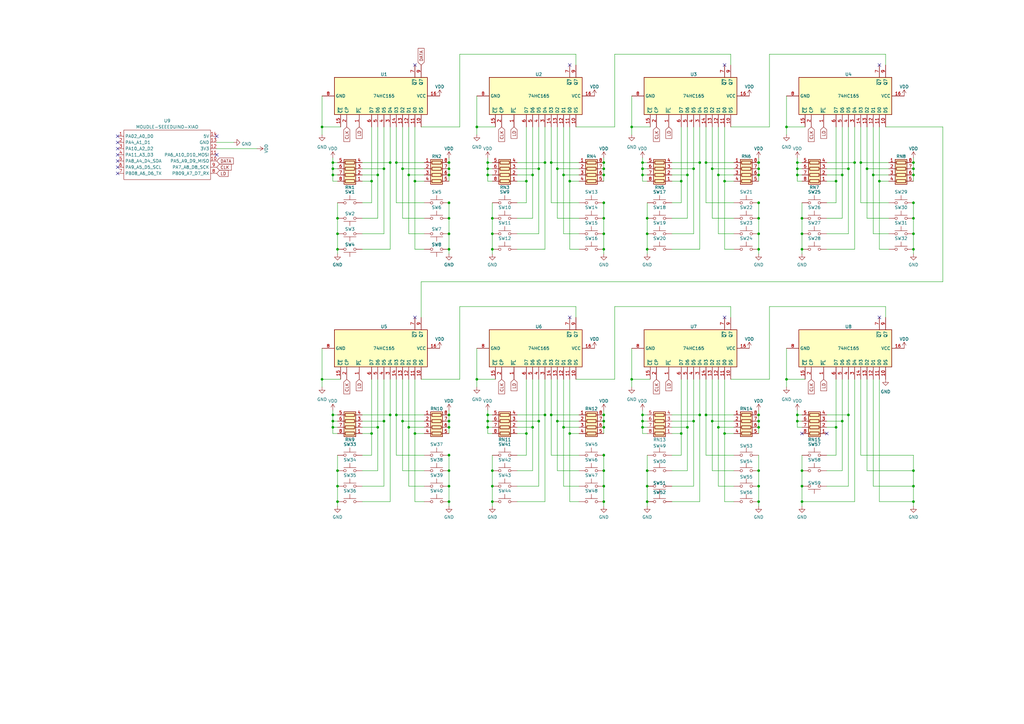
<source format=kicad_sch>
(kicad_sch (version 20230121) (generator eeschema)
  (paper "A3")
  (lib_symbols
    (symbol "74xx:74HC165"
      (property "Reference" "U" (at -7.62 19.05 0))
      (property "Value" "74HC165" (at -7.62 -21.59 0))
      (symbol "74HC165_1_0"
        (pin input line (at -12.7 -10.16 0) (length 5.08) (name "~{PL}") (number "1"))
        (pin input line (at -12.7 15.24 0) (length 5.08) (name "DS") (number "10"))
        (pin input line (at -12.7 12.7 0) (length 5.08) (name "D0") (number "11"))
        (pin input line (at -12.7 10.16 0) (length 5.08) (name "D1") (number "12"))
        (pin input line (at -12.7 7.62 0) (length 5.08) (name "D2") (number "13"))
        (pin input line (at -12.7 5.08 0) (length 5.08) (name "D3") (number "14"))
        (pin input line (at -12.7 -17.78 0) (length 5.08) (name "~{CE}") (number "15"))
        (pin power_in line (at 0 22.86 270) (length 5.08) (name "VCC") (number "16"))
        (pin input line (at -12.7 -15.24 0) (length 5.08) (name "CP") (number "2"))
        (pin input line (at -12.7 2.54 0) (length 5.08) (name "D4") (number "3"))
        (pin input line (at -12.7 0 0) (length 5.08) (name "D5") (number "4"))
        (pin input line (at -12.7 -2.54 0) (length 5.08) (name "D6") (number "5"))
        (pin input line (at -12.7 -5.08 0) (length 5.08) (name "D7") (number "6"))
        (pin output line (at 12.7 12.7 180) (length 5.08) (name "~{Q7}") (number "7"))
        (pin power_in line (at 0 -25.4 90) (length 5.08) (name "GND") (number "8"))
        (pin output line (at 12.7 15.24 180) (length 5.08) (name "Q7") (number "9"))
      )
    )
    (symbol "Device:R_Pack04" (pin_names (offset 0) hide)
      (property "Reference" "RN" (at -7.62 0 90))
      (property "Value" "R_Pack04" (at 5.08 0 90))
      (symbol "R_Pack04_1_1"
        (pin passive line (at -5.08 -5.08 90) (length 2.54) (name "R1.1") (number "1"))
        (pin passive line (at -2.54 -5.08 90) (length 2.54) (name "R2.1") (number "2"))
        (pin passive line (at 0 -5.08 90) (length 2.54) (name "R3.1") (number "3"))
        (pin passive line (at 2.54 -5.08 90) (length 2.54) (name "R4.1") (number "4"))
        (pin passive line (at 2.54 5.08 270) (length 2.54) (name "R4.2") (number "5"))
        (pin passive line (at 0 5.08 270) (length 2.54) (name "R3.2") (number "6"))
        (pin passive line (at -2.54 5.08 270) (length 2.54) (name "R2.2") (number "7"))
        (pin passive line (at -5.08 5.08 270) (length 2.54) (name "R1.2") (number "8"))
      )
    )
    (symbol "MOUDLE-SEEEDUINO-XIAO:MOUDLE-SEEEDUINO-XIAO"
      (property "Reference" "U9" (at 1.27 13.97 0))
      (property "Value" "MOUDLE-SEEEDUINO-XIAO" (at 1.27 11.43 0))
      (symbol "MOUDLE-SEEEDUINO-XIAO_1_1"
        (pin unspecified line (at -19.05 7.62 0) (length 2.54) (name "PA02_A0_D0") (number "1"))
        (pin unspecified line (at 21.59 -2.54 180) (length 2.54) (name "PA5_A9_D9_MISO") (number "10"))
        (pin unspecified line (at 21.59 0 180) (length 2.54) (name "PA6_A10_D10_MOSI") (number "11"))
        (pin unspecified line (at 21.59 2.54 180) (length 2.54) (name "3V3") (number "12"))
        (pin unspecified line (at 21.59 5.08 180) (length 2.54) (name "GND") (number "13"))
        (pin unspecified line (at 21.59 7.62 180) (length 2.54) (name "5V") (number "14"))
        (pin unspecified line (at -19.05 5.08 0) (length 2.54) (name "PA4_A1_D1") (number "2"))
        (pin unspecified line (at -19.05 2.54 0) (length 2.54) (name "PA10_A2_D2") (number "3"))
        (pin unspecified line (at -19.0468 0.0151 0) (length 2.54) (name "PA11_A3_D3") (number "4"))
        (pin unspecified line (at -19.05 -2.54 0) (length 2.54) (name "PA8_A4_D4_SDA") (number "5"))
        (pin unspecified line (at -19.05 -5.08 0) (length 2.54) (name "PA9_A5_D5_SCL") (number "6"))
        (pin unspecified line (at -19.05 -7.62 0) (length 2.54) (name "PB08_A6_D6_TX") (number "7"))
        (pin unspecified line (at 21.59 -7.62 180) (length 2.54) (name "PB09_A7_D7_RX") (number "8"))
        (pin unspecified line (at 21.59 -5.08 180) (length 2.54) (name "PA7_A8_D8_SCK") (number "9"))
      )
    )
    (symbol "Switch:SW_Push" (pin_numbers hide) (pin_names (offset 1.016) hide)
      (property "Reference" "SW" (at 1.27 2.54 0))
      (property "Value" "SW_Push" (at 0 -1.524 0))
      (symbol "SW_Push_0_1"
        (pin passive line (at -5.08 0 0) (length 2.54) (name "1") (number "1"))
        (pin passive line (at 5.08 0 180) (length 2.54) (name "2") (number "2"))
      )
    )
    (symbol "power:GND" (power) (pin_names (offset 0))
      (property "Value" "GND" (at 0 -3.81 0))
      (symbol "GND_1_1"
        (pin power_in line (at 0 0 270) (length 0) hide (name "GND") (number "1"))
      )
    )
    (symbol "power:VDD" (power) (pin_names (offset 0))
      (property "Value" "VDD" (at 0 3.81 0))
      (symbol "VDD_1_1"
        (pin power_in line (at 0 0 90) (length 0) hide (name "VDD") (number "1"))
      )
    )
  )
  (junction (at 247.65 170.18))
  (junction (at 350.52 66.675))
  (junction (at 200.025 69.215))
  (junction (at 138.43 89.535))
  (junction (at 184.15 199.39))
  (junction (at 374.65 71.755))
  (junction (at 358.14 71.755))
  (junction (at 265.43 193.04))
  (junction (at 311.15 193.04))
  (junction (at 170.18 74.295))
  (junction (at 327.025 170.18))
  (junction (at 136.525 170.18))
  (junction (at 374.65 66.675))
  (junction (at 233.68 177.8))
  (junction (at 247.65 199.39))
  (junction (at 247.65 102.235))
  (junction (at 311.15 205.74))
  (junction (at 231.14 71.755))
  (junction (at 347.98 170.18))
  (junction (at 226.06 66.675))
  (junction (at 247.65 69.215))
  (junction (at 294.64 71.755))
  (junction (at 165.1 172.72))
  (junction (at 328.93 205.74))
  (junction (at 223.52 66.675))
  (junction (at 311.15 170.18))
  (junction (at 265.43 102.235))
  (junction (at 220.98 172.72))
  (junction (at 263.525 175.26))
  (junction (at 184.15 66.675))
  (junction (at 374.65 69.215))
  (junction (at 201.93 193.04))
  (junction (at 247.65 83.185))
  (junction (at 132.08 155.575))
  (junction (at 374.65 89.535))
  (junction (at 287.02 66.675))
  (junction (at 247.65 89.535))
  (junction (at 215.9 74.295))
  (junction (at 265.43 199.39))
  (junction (at 157.48 172.72))
  (junction (at 184.15 186.69))
  (junction (at 342.9 74.295))
  (junction (at 201.93 102.235))
  (junction (at 263.525 172.72))
  (junction (at 311.15 89.535))
  (junction (at 184.15 89.535))
  (junction (at 327.025 69.215))
  (junction (at 220.98 69.215))
  (junction (at 297.18 74.295))
  (junction (at 247.65 205.74))
  (junction (at 259.08 52.07))
  (junction (at 328.93 193.04))
  (junction (at 342.9 175.26))
  (junction (at 287.02 170.18))
  (junction (at 160.02 170.18))
  (junction (at 374.65 199.39))
  (junction (at 263.525 69.215))
  (junction (at 328.93 102.235))
  (junction (at 374.65 83.185))
  (junction (at 297.18 177.8))
  (junction (at 162.56 66.675))
  (junction (at 167.64 175.26))
  (junction (at 292.1 69.215))
  (junction (at 353.06 66.675))
  (junction (at 265.43 95.885))
  (junction (at 138.43 102.235))
  (junction (at 327.025 172.72))
  (junction (at 279.4 74.295))
  (junction (at 311.15 102.235))
  (junction (at 160.02 66.675))
  (junction (at 284.48 172.72))
  (junction (at 328.93 89.535))
  (junction (at 184.15 172.72))
  (junction (at 292.1 172.72))
  (junction (at 247.65 66.675))
  (junction (at 154.94 175.26))
  (junction (at 167.64 71.755))
  (junction (at 311.15 95.885))
  (junction (at 328.93 199.39))
  (junction (at 374.65 193.04))
  (junction (at 360.68 74.295))
  (junction (at 184.15 83.185))
  (junction (at 289.56 66.675))
  (junction (at 165.1 69.215))
  (junction (at 247.65 95.885))
  (junction (at 345.44 71.755))
  (junction (at 322.58 52.07))
  (junction (at 201.93 199.39))
  (junction (at 374.65 95.885))
  (junction (at 226.06 170.18))
  (junction (at 247.65 193.04))
  (junction (at 184.15 175.26))
  (junction (at 284.48 69.215))
  (junction (at 184.15 205.74))
  (junction (at 311.15 175.26))
  (junction (at 201.93 95.885))
  (junction (at 322.58 155.575))
  (junction (at 281.94 71.755))
  (junction (at 152.4 177.8))
  (junction (at 136.525 69.215))
  (junction (at 184.15 69.215))
  (junction (at 201.93 89.535))
  (junction (at 311.15 71.755))
  (junction (at 170.18 177.8))
  (junction (at 132.08 52.07))
  (junction (at 195.58 52.07))
  (junction (at 247.65 71.755))
  (junction (at 374.65 205.74))
  (junction (at 200.025 172.72))
  (junction (at 138.43 193.04))
  (junction (at 200.025 71.755))
  (junction (at 311.15 199.39))
  (junction (at 223.52 170.18))
  (junction (at 138.43 199.39))
  (junction (at 231.14 175.26))
  (junction (at 228.6 172.72))
  (junction (at 247.65 172.72))
  (junction (at 347.98 69.215))
  (junction (at 311.15 83.185))
  (junction (at 265.43 89.535))
  (junction (at 154.94 71.755))
  (junction (at 136.525 71.755))
  (junction (at 136.525 175.26))
  (junction (at 200.025 175.26))
  (junction (at 311.15 66.675))
  (junction (at 201.93 205.74))
  (junction (at 247.65 186.69))
  (junction (at 263.525 66.675))
  (junction (at 265.43 205.74))
  (junction (at 200.025 170.18))
  (junction (at 136.525 66.675))
  (junction (at 228.6 69.215))
  (junction (at 157.48 69.215))
  (junction (at 152.4 74.295))
  (junction (at 263.525 71.755))
  (junction (at 247.65 175.26))
  (junction (at 200.025 66.675))
  (junction (at 281.94 175.26))
  (junction (at 279.4 177.8))
  (junction (at 138.43 205.74))
  (junction (at 374.65 102.235))
  (junction (at 215.9 177.8))
  (junction (at 311.15 69.215))
  (junction (at 184.15 102.235))
  (junction (at 327.025 71.755))
  (junction (at 327.025 66.675))
  (junction (at 355.6 69.215))
  (junction (at 218.44 175.26))
  (junction (at 184.15 95.885))
  (junction (at 136.525 172.72))
  (junction (at 289.56 170.18))
  (junction (at 218.44 71.755))
  (junction (at 345.44 172.72))
  (junction (at 263.525 170.18))
  (junction (at 184.15 170.18))
  (junction (at 311.15 172.72))
  (junction (at 259.08 155.575))
  (junction (at 294.64 175.26))
  (junction (at 184.15 193.04))
  (junction (at 138.43 95.885))
  (junction (at 184.15 71.755))
  (junction (at 233.68 74.295))
  (junction (at 328.93 95.885))
  (junction (at 162.56 170.18))
  (junction (at 195.58 155.575))
  (no_connect (at 297.18 26.67))
  (no_connect (at 48.26 63.5))
  (no_connect (at 233.68 130.175))
  (no_connect (at 48.26 71.12))
  (no_connect (at 360.68 130.175))
  (no_connect (at 170.18 130.175))
  (no_connect (at 297.18 130.175))
  (no_connect (at 48.26 60.96))
  (no_connect (at 48.26 66.04))
  (no_connect (at 88.9 63.5))
  (no_connect (at 88.9 55.88))
  (no_connect (at 328.93 177.8))
  (no_connect (at 48.26 58.42))
  (no_connect (at 48.26 68.58))
  (no_connect (at 170.18 26.67))
  (no_connect (at 233.68 26.67))
  (no_connect (at 48.26 55.88))
  (no_connect (at 339.09 177.8))
  (no_connect (at 360.68 26.67))
  (wire (pts (xy 297.18 177.8) (xy 297.18 205.74)))
  (wire (pts (xy 132.08 52.07) (xy 132.08 55.245)))
  (wire (pts (xy 327.025 69.215) (xy 328.93 69.215)))
  (wire (pts (xy 220.98 95.885) (xy 212.09 95.885)))
  (wire (pts (xy 299.72 155.575) (xy 315.595 155.575)))
  (wire (pts (xy 247.65 102.235) (xy 247.65 104.14)))
  (wire (pts (xy 339.09 66.675) (xy 350.52 66.675)))
  (wire (pts (xy 265.43 83.185) (xy 265.43 89.535)))
  (wire (pts (xy 162.56 52.07) (xy 162.56 66.675)))
  (wire (pts (xy 247.65 66.675) (xy 247.65 69.215)))
  (wire (pts (xy 374.65 83.185) (xy 374.65 89.535)))
  (wire (pts (xy 294.64 199.39) (xy 300.99 199.39)))
  (wire (pts (xy 347.98 52.07) (xy 347.98 69.215)))
  (wire (pts (xy 200.025 64.77) (xy 200.025 66.675)))
  (wire (pts (xy 215.9 186.69) (xy 212.09 186.69)))
  (wire (pts (xy 327.025 71.755) (xy 328.93 71.755)))
  (wire (pts (xy 360.68 205.74) (xy 374.65 205.74)))
  (wire (pts (xy 167.64 199.39) (xy 173.99 199.39)))
  (wire (pts (xy 311.15 175.26) (xy 311.15 177.8)))
  (wire (pts (xy 327.025 175.26) (xy 327.025 172.72)))
  (wire (pts (xy 226.06 66.675) (xy 226.06 83.185)))
  (wire (pts (xy 297.18 155.575) (xy 297.18 177.8)))
  (wire (pts (xy 345.44 155.575) (xy 345.44 172.72)))
  (wire (pts (xy 263.525 170.18) (xy 265.43 170.18)))
  (wire (pts (xy 136.525 69.215) (xy 138.43 69.215)))
  (wire (pts (xy 289.56 66.675) (xy 300.99 66.675)))
  (wire (pts (xy 265.43 193.04) (xy 265.43 199.39)))
  (wire (pts (xy 311.15 64.77) (xy 311.15 66.675)))
  (wire (pts (xy 136.525 170.18) (xy 136.525 172.72)))
  (wire (pts (xy 223.52 52.07) (xy 223.52 66.675)))
  (wire (pts (xy 252.095 125.73) (xy 299.72 125.73)))
  (wire (pts (xy 212.09 172.72) (xy 220.98 172.72)))
  (wire (pts (xy 152.4 83.185) (xy 148.59 83.185)))
  (wire (pts (xy 231.14 71.755) (xy 231.14 95.885)))
  (wire (pts (xy 294.64 175.26) (xy 294.64 199.39)))
  (wire (pts (xy 374.65 64.77) (xy 374.65 66.675)))
  (wire (pts (xy 233.68 74.295) (xy 233.68 102.235)))
  (wire (pts (xy 188.595 125.73) (xy 236.22 125.73)))
  (wire (pts (xy 228.6 172.72) (xy 237.49 172.72)))
  (wire (pts (xy 311.15 82.55) (xy 311.15 83.185)))
  (wire (pts (xy 355.6 52.07) (xy 355.6 69.215)))
  (wire (pts (xy 226.06 52.07) (xy 226.06 66.675)))
  (wire (pts (xy 220.98 172.72) (xy 220.98 199.39)))
  (wire (pts (xy 200.025 69.215) (xy 201.93 69.215)))
  (wire (pts (xy 339.09 175.26) (xy 342.9 175.26)))
  (wire (pts (xy 157.48 199.39) (xy 148.59 199.39)))
  (wire (pts (xy 170.18 177.8) (xy 173.99 177.8)))
  (wire (pts (xy 339.09 74.295) (xy 342.9 74.295)))
  (wire (pts (xy 355.6 193.04) (xy 374.65 193.04)))
  (wire (pts (xy 138.43 74.295) (xy 136.525 74.295)))
  (wire (pts (xy 136.525 74.295) (xy 136.525 71.755)))
  (wire (pts (xy 148.59 177.8) (xy 152.4 177.8)))
  (wire (pts (xy 287.02 52.07) (xy 287.02 66.675)))
  (wire (pts (xy 157.48 95.885) (xy 148.59 95.885)))
  (wire (pts (xy 233.68 74.295) (xy 237.49 74.295)))
  (wire (pts (xy 265.43 186.69) (xy 265.43 193.04)))
  (wire (pts (xy 172.72 52.07) (xy 188.595 52.07)))
  (wire (pts (xy 263.525 170.18) (xy 263.525 172.72)))
  (wire (pts (xy 184.15 168.275) (xy 184.15 170.18)))
  (wire (pts (xy 167.64 155.575) (xy 167.64 175.26)))
  (wire (pts (xy 231.14 175.26) (xy 231.14 199.39)))
  (wire (pts (xy 265.43 205.74) (xy 265.43 207.645)))
  (wire (pts (xy 259.08 39.37) (xy 259.08 52.07)))
  (wire (pts (xy 299.72 125.73) (xy 299.72 130.175)))
  (wire (pts (xy 342.9 175.26) (xy 342.9 186.69)))
  (wire (pts (xy 322.58 52.07) (xy 322.58 55.245)))
  (wire (pts (xy 328.93 89.535) (xy 328.93 95.885)))
  (wire (pts (xy 152.4 74.295) (xy 152.4 83.185)))
  (wire (pts (xy 172.72 115.57) (xy 172.72 130.175)))
  (wire (pts (xy 342.9 52.07) (xy 342.9 74.295)))
  (wire (pts (xy 188.595 22.225) (xy 236.22 22.225)))
  (wire (pts (xy 212.09 170.18) (xy 223.52 170.18)))
  (wire (pts (xy 139.7 155.575) (xy 132.08 155.575)))
  (wire (pts (xy 170.18 74.295) (xy 173.99 74.295)))
  (wire (pts (xy 345.44 52.07) (xy 345.44 71.755)))
  (wire (pts (xy 165.1 193.04) (xy 173.99 193.04)))
  (wire (pts (xy 184.15 205.74) (xy 184.15 207.645)))
  (wire (pts (xy 355.6 89.535) (xy 364.49 89.535)))
  (wire (pts (xy 165.1 155.575) (xy 165.1 172.72)))
  (wire (pts (xy 88.9 58.42) (xy 95.885 58.42)))
  (wire (pts (xy 148.59 172.72) (xy 157.48 172.72)))
  (wire (pts (xy 328.93 95.885) (xy 328.93 102.235)))
  (wire (pts (xy 233.68 52.07) (xy 233.68 74.295)))
  (wire (pts (xy 294.64 71.755) (xy 294.64 95.885)))
  (wire (pts (xy 247.65 83.185) (xy 247.65 89.535)))
  (wire (pts (xy 311.15 199.39) (xy 311.15 205.74)))
  (wire (pts (xy 275.59 172.72) (xy 284.48 172.72)))
  (wire (pts (xy 363.22 52.07) (xy 386.715 52.07)))
  (wire (pts (xy 374.65 71.755) (xy 374.65 74.295)))
  (wire (pts (xy 231.14 71.755) (xy 237.49 71.755)))
  (wire (pts (xy 200.025 66.675) (xy 200.025 69.215)))
  (wire (pts (xy 138.43 89.535) (xy 138.43 95.885)))
  (wire (pts (xy 138.43 193.04) (xy 138.43 199.39)))
  (wire (pts (xy 358.14 155.575) (xy 358.14 199.39)))
  (wire (pts (xy 223.52 205.74) (xy 212.09 205.74)))
  (wire (pts (xy 247.65 175.26) (xy 247.65 177.8)))
  (wire (pts (xy 231.14 95.885) (xy 237.49 95.885)))
  (wire (pts (xy 263.525 66.675) (xy 265.43 66.675)))
  (wire (pts (xy 311.15 95.885) (xy 311.15 102.235)))
  (wire (pts (xy 355.6 69.215) (xy 355.6 89.535)))
  (wire (pts (xy 231.14 155.575) (xy 231.14 175.26)))
  (wire (pts (xy 228.6 193.04) (xy 237.49 193.04)))
  (wire (pts (xy 184.15 66.675) (xy 184.15 69.215)))
  (wire (pts (xy 297.18 74.295) (xy 300.99 74.295)))
  (wire (pts (xy 292.1 69.215) (xy 300.99 69.215)))
  (wire (pts (xy 350.52 52.07) (xy 350.52 66.675)))
  (wire (pts (xy 311.15 102.235) (xy 311.15 104.14)))
  (wire (pts (xy 138.43 177.8) (xy 136.525 177.8)))
  (wire (pts (xy 203.2 155.575) (xy 195.58 155.575)))
  (wire (pts (xy 358.14 71.755) (xy 364.49 71.755)))
  (wire (pts (xy 200.025 168.275) (xy 200.025 170.18)))
  (wire (pts (xy 200.025 66.675) (xy 201.93 66.675)))
  (wire (pts (xy 327.025 64.77) (xy 327.025 66.675)))
  (wire (pts (xy 201.93 205.74) (xy 201.93 207.645)))
  (wire (pts (xy 347.98 155.575) (xy 347.98 170.18)))
  (wire (pts (xy 203.2 52.07) (xy 195.58 52.07)))
  (wire (pts (xy 223.52 155.575) (xy 223.52 170.18)))
  (wire (pts (xy 287.02 155.575) (xy 287.02 170.18)))
  (wire (pts (xy 136.525 168.275) (xy 136.525 170.18)))
  (wire (pts (xy 184.15 83.185) (xy 184.15 89.535)))
  (wire (pts (xy 328.93 186.69) (xy 328.93 193.04)))
  (wire (pts (xy 279.4 74.295) (xy 279.4 83.185)))
  (wire (pts (xy 311.15 170.18) (xy 311.15 172.72)))
  (wire (pts (xy 279.4 83.185) (xy 275.59 83.185)))
  (wire (pts (xy 165.1 52.07) (xy 165.1 69.215)))
  (wire (pts (xy 215.9 155.575) (xy 215.9 177.8)))
  (wire (pts (xy 154.94 71.755) (xy 154.94 89.535)))
  (wire (pts (xy 231.14 199.39) (xy 237.49 199.39)))
  (wire (pts (xy 292.1 69.215) (xy 292.1 89.535)))
  (wire (pts (xy 360.68 102.235) (xy 364.49 102.235)))
  (wire (pts (xy 353.06 66.675) (xy 353.06 83.185)))
  (wire (pts (xy 228.6 155.575) (xy 228.6 172.72)))
  (wire (pts (xy 287.02 170.18) (xy 287.02 205.74)))
  (wire (pts (xy 157.48 52.07) (xy 157.48 69.215)))
  (wire (pts (xy 184.15 95.885) (xy 184.15 102.235)))
  (wire (pts (xy 136.525 66.675) (xy 136.525 69.215)))
  (wire (pts (xy 292.1 52.07) (xy 292.1 69.215)))
  (wire (pts (xy 297.18 52.07) (xy 297.18 74.295)))
  (wire (pts (xy 275.59 69.215) (xy 284.48 69.215)))
  (wire (pts (xy 184.15 172.72) (xy 184.15 175.26)))
  (wire (pts (xy 195.58 52.07) (xy 195.58 55.245)))
  (wire (pts (xy 195.58 155.575) (xy 195.58 158.75)))
  (wire (pts (xy 328.93 193.04) (xy 328.93 199.39)))
  (wire (pts (xy 220.98 52.07) (xy 220.98 69.215)))
  (wire (pts (xy 167.64 71.755) (xy 167.64 95.885)))
  (wire (pts (xy 315.595 52.07) (xy 315.595 22.225)))
  (wire (pts (xy 157.48 69.215) (xy 157.48 95.885)))
  (wire (pts (xy 226.06 155.575) (xy 226.06 170.18)))
  (wire (pts (xy 165.1 89.535) (xy 173.99 89.535)))
  (wire (pts (xy 136.525 175.26) (xy 136.525 172.72)))
  (wire (pts (xy 311.15 83.185) (xy 311.15 89.535)))
  (wire (pts (xy 170.18 205.74) (xy 173.99 205.74)))
  (wire (pts (xy 136.525 177.8) (xy 136.525 175.26)))
  (wire (pts (xy 247.65 64.77) (xy 247.65 66.675)))
  (wire (pts (xy 327.025 66.675) (xy 328.93 66.675)))
  (wire (pts (xy 138.43 186.69) (xy 138.43 193.04)))
  (wire (pts (xy 275.59 175.26) (xy 281.94 175.26)))
  (wire (pts (xy 148.59 66.675) (xy 160.02 66.675)))
  (wire (pts (xy 311.15 168.275) (xy 311.15 170.18)))
  (wire (pts (xy 311.15 89.535) (xy 311.15 95.885)))
  (wire (pts (xy 275.59 170.18) (xy 287.02 170.18)))
  (wire (pts (xy 165.1 69.215) (xy 173.99 69.215)))
  (wire (pts (xy 265.43 199.39) (xy 265.43 205.74)))
  (wire (pts (xy 311.15 205.74) (xy 311.15 207.645)))
  (wire (pts (xy 252.095 52.07) (xy 252.095 22.225)))
  (wire (pts (xy 259.08 155.575) (xy 259.08 158.75)))
  (wire (pts (xy 328.93 205.74) (xy 328.93 207.645)))
  (wire (pts (xy 263.525 74.295) (xy 263.525 71.755)))
  (wire (pts (xy 162.56 186.69) (xy 173.99 186.69)))
  (wire (pts (xy 363.22 22.225) (xy 363.22 26.67)))
  (wire (pts (xy 201.93 199.39) (xy 201.93 205.74)))
  (wire (pts (xy 289.56 155.575) (xy 289.56 170.18)))
  (wire (pts (xy 195.58 142.875) (xy 195.58 155.575)))
  (wire (pts (xy 247.65 168.275) (xy 247.65 170.18)))
  (wire (pts (xy 294.64 52.07) (xy 294.64 71.755)))
  (wire (pts (xy 172.72 155.575) (xy 188.595 155.575)))
  (wire (pts (xy 265.43 102.235) (xy 265.43 104.14)))
  (wire (pts (xy 200.025 175.26) (xy 201.93 175.26)))
  (wire (pts (xy 233.68 177.8) (xy 237.49 177.8)))
  (wire (pts (xy 353.06 186.69) (xy 374.65 186.69)))
  (wire (pts (xy 360.68 74.295) (xy 364.49 74.295)))
  (wire (pts (xy 294.64 175.26) (xy 300.99 175.26)))
  (wire (pts (xy 160.02 66.675) (xy 160.02 102.235)))
  (wire (pts (xy 184.15 199.39) (xy 184.15 205.74)))
  (wire (pts (xy 297.18 205.74) (xy 300.99 205.74)))
  (wire (pts (xy 350.52 66.675) (xy 350.52 102.235)))
  (wire (pts (xy 215.9 74.295) (xy 215.9 83.185)))
  (wire (pts (xy 263.525 71.755) (xy 265.43 71.755)))
  (wire (pts (xy 374.65 205.74) (xy 374.65 207.645)))
  (wire (pts (xy 233.68 155.575) (xy 233.68 177.8)))
  (wire (pts (xy 184.15 69.215) (xy 184.15 71.755)))
  (wire (pts (xy 247.65 193.04) (xy 247.65 199.39)))
  (wire (pts (xy 322.58 155.575) (xy 322.58 158.75)))
  (wire (pts (xy 297.18 102.235) (xy 300.99 102.235)))
  (wire (pts (xy 184.15 102.235) (xy 184.15 104.14)))
  (wire (pts (xy 279.4 186.69) (xy 275.59 186.69)))
  (wire (pts (xy 289.56 52.07) (xy 289.56 66.675)))
  (wire (pts (xy 374.65 102.235) (xy 374.65 104.14)))
  (wire (pts (xy 284.48 199.39) (xy 275.59 199.39)))
  (wire (pts (xy 188.595 52.07) (xy 188.595 22.225)))
  (wire (pts (xy 263.525 177.8) (xy 263.525 175.26)))
  (wire (pts (xy 281.94 193.04) (xy 275.59 193.04)))
  (wire (pts (xy 136.525 71.755) (xy 138.43 71.755)))
  (wire (pts (xy 374.65 82.55) (xy 374.65 83.185)))
  (wire (pts (xy 138.43 199.39) (xy 138.43 205.74)))
  (wire (pts (xy 247.65 69.215) (xy 247.65 71.755)))
  (wire (pts (xy 247.65 170.18) (xy 247.65 172.72)))
  (wire (pts (xy 289.56 170.18) (xy 300.99 170.18)))
  (wire (pts (xy 231.14 52.07) (xy 231.14 71.755)))
  (wire (pts (xy 311.15 71.755) (xy 311.15 74.295)))
  (wire (pts (xy 292.1 193.04) (xy 300.99 193.04)))
  (wire (pts (xy 353.06 155.575) (xy 353.06 186.69)))
  (wire (pts (xy 201.93 186.69) (xy 201.93 193.04)))
  (wire (pts (xy 188.595 155.575) (xy 188.595 125.73)))
  (wire (pts (xy 279.4 155.575) (xy 279.4 177.8)))
  (wire (pts (xy 132.08 142.875) (xy 132.08 155.575)))
  (wire (pts (xy 160.02 155.575) (xy 160.02 170.18)))
  (wire (pts (xy 284.48 172.72) (xy 284.48 199.39)))
  (wire (pts (xy 360.68 155.575) (xy 360.68 205.74)))
  (wire (pts (xy 315.595 155.575) (xy 315.595 125.73)))
  (wire (pts (xy 200.025 177.8) (xy 200.025 175.26)))
  (wire (pts (xy 292.1 155.575) (xy 292.1 172.72)))
  (wire (pts (xy 218.44 155.575) (xy 218.44 175.26)))
  (wire (pts (xy 328.93 199.39) (xy 328.93 205.74)))
  (wire (pts (xy 138.43 102.235) (xy 138.43 104.14)))
  (wire (pts (xy 184.15 193.04) (xy 184.15 199.39)))
  (wire (pts (xy 327.025 74.295) (xy 327.025 71.755)))
  (wire (pts (xy 360.68 52.07) (xy 360.68 74.295)))
  (wire (pts (xy 200.025 170.18) (xy 201.93 170.18)))
  (wire (pts (xy 162.56 66.675) (xy 173.99 66.675)))
  (wire (pts (xy 226.06 66.675) (xy 237.49 66.675)))
  (wire (pts (xy 160.02 205.74) (xy 148.59 205.74)))
  (wire (pts (xy 347.98 69.215) (xy 347.98 95.885)))
  (wire (pts (xy 160.02 102.235) (xy 148.59 102.235)))
  (wire (pts (xy 195.58 39.37) (xy 195.58 52.07)))
  (wire (pts (xy 165.1 172.72) (xy 173.99 172.72)))
  (wire (pts (xy 160.02 170.18) (xy 160.02 205.74)))
  (wire (pts (xy 315.595 125.73) (xy 363.22 125.73)))
  (wire (pts (xy 132.08 39.37) (xy 132.08 52.07)))
  (wire (pts (xy 287.02 205.74) (xy 275.59 205.74)))
  (wire (pts (xy 299.72 22.225) (xy 299.72 26.67)))
  (wire (pts (xy 201.93 177.8) (xy 200.025 177.8)))
  (wire (pts (xy 345.44 172.72) (xy 345.44 193.04)))
  (wire (pts (xy 200.025 175.26) (xy 200.025 172.72)))
  (wire (pts (xy 184.15 64.77) (xy 184.15 66.675)))
  (wire (pts (xy 152.4 186.69) (xy 148.59 186.69)))
  (wire (pts (xy 184.15 186.69) (xy 184.15 193.04)))
  (wire (pts (xy 263.525 168.275) (xy 263.525 170.18)))
  (wire (pts (xy 162.56 170.18) (xy 173.99 170.18)))
  (wire (pts (xy 263.525 66.675) (xy 263.525 69.215)))
  (wire (pts (xy 281.94 175.26) (xy 281.94 193.04)))
  (wire (pts (xy 236.22 155.575) (xy 252.095 155.575)))
  (wire (pts (xy 358.14 71.755) (xy 358.14 95.885)))
  (wire (pts (xy 148.59 175.26) (xy 154.94 175.26)))
  (wire (pts (xy 281.94 71.755) (xy 281.94 89.535)))
  (wire (pts (xy 154.94 155.575) (xy 154.94 175.26)))
  (wire (pts (xy 233.68 205.74) (xy 237.49 205.74)))
  (wire (pts (xy 281.94 52.07) (xy 281.94 71.755)))
  (wire (pts (xy 167.64 175.26) (xy 167.64 199.39)))
  (wire (pts (xy 184.15 175.26) (xy 184.15 177.8)))
  (wire (pts (xy 136.525 66.675) (xy 138.43 66.675)))
  (wire (pts (xy 154.94 175.26) (xy 154.94 193.04)))
  (wire (pts (xy 328.93 83.185) (xy 328.93 89.535)))
  (wire (pts (xy 374.65 95.885) (xy 374.65 102.235)))
  (wire (pts (xy 88.9 60.96) (xy 105.41 60.96)))
  (wire (pts (xy 170.18 74.295) (xy 170.18 102.235)))
  (wire (pts (xy 212.09 66.675) (xy 223.52 66.675)))
  (wire (pts (xy 263.525 64.77) (xy 263.525 66.675)))
  (wire (pts (xy 170.18 52.07) (xy 170.18 74.295)))
  (wire (pts (xy 165.1 172.72) (xy 165.1 193.04)))
  (wire (pts (xy 201.93 89.535) (xy 201.93 95.885)))
  (wire (pts (xy 184.15 186.055) (xy 184.15 186.69)))
  (wire (pts (xy 201.93 193.04) (xy 201.93 199.39)))
  (wire (pts (xy 342.9 186.69) (xy 339.09 186.69)))
  (wire (pts (xy 165.1 69.215) (xy 165.1 89.535)))
  (wire (pts (xy 328.93 205.74) (xy 350.52 205.74)))
  (wire (pts (xy 284.48 95.885) (xy 275.59 95.885)))
  (wire (pts (xy 322.58 142.875) (xy 322.58 155.575)))
  (wire (pts (xy 289.56 66.675) (xy 289.56 83.185)))
  (wire (pts (xy 154.94 89.535) (xy 148.59 89.535)))
  (wire (pts (xy 247.65 172.72) (xy 247.65 175.26)))
  (wire (pts (xy 311.15 69.215) (xy 311.15 71.755)))
  (wire (pts (xy 228.6 69.215) (xy 237.49 69.215)))
  (wire (pts (xy 360.68 74.295) (xy 360.68 102.235)))
  (wire (pts (xy 327.025 170.18) (xy 327.025 172.72)))
  (wire (pts (xy 236.22 52.07) (xy 252.095 52.07)))
  (wire (pts (xy 162.56 66.675) (xy 162.56 83.185)))
  (wire (pts (xy 212.09 175.26) (xy 218.44 175.26)))
  (wire (pts (xy 236.22 22.225) (xy 236.22 26.67)))
  (wire (pts (xy 263.525 71.755) (xy 263.525 69.215)))
  (wire (pts (xy 353.06 52.07) (xy 353.06 66.675)))
  (wire (pts (xy 167.64 52.07) (xy 167.64 71.755)))
  (wire (pts (xy 259.08 52.07) (xy 259.08 55.245)))
  (wire (pts (xy 311.15 193.04) (xy 311.15 199.39)))
  (wire (pts (xy 236.22 125.73) (xy 236.22 130.175)))
  (wire (pts (xy 358.14 95.885) (xy 364.49 95.885)))
  (wire (pts (xy 294.64 155.575) (xy 294.64 175.26)))
  (wire (pts (xy 279.4 177.8) (xy 279.4 186.69)))
  (wire (pts (xy 386.715 52.07) (xy 386.715 115.57)))
  (wire (pts (xy 162.56 170.18) (xy 162.56 186.69)))
  (wire (pts (xy 374.65 89.535) (xy 374.65 95.885)))
  (wire (pts (xy 226.06 186.69) (xy 237.49 186.69)))
  (wire (pts (xy 265.43 89.535) (xy 265.43 95.885)))
  (wire (pts (xy 136.525 64.77) (xy 136.525 66.675)))
  (wire (pts (xy 347.98 199.39) (xy 339.09 199.39)))
  (wire (pts (xy 350.52 102.235) (xy 339.09 102.235)))
  (wire (pts (xy 148.59 69.215) (xy 157.48 69.215)))
  (wire (pts (xy 281.94 89.535) (xy 275.59 89.535)))
  (wire (pts (xy 136.525 71.755) (xy 136.525 69.215)))
  (wire (pts (xy 215.9 177.8) (xy 215.9 186.69)))
  (wire (pts (xy 287.02 102.235) (xy 275.59 102.235)))
  (wire (pts (xy 215.9 52.07) (xy 215.9 74.295)))
  (wire (pts (xy 200.025 172.72) (xy 201.93 172.72)))
  (wire (pts (xy 218.44 175.26) (xy 218.44 193.04)))
  (wire (pts (xy 252.095 22.225) (xy 299.72 22.225)))
  (wire (pts (xy 212.09 74.295) (xy 215.9 74.295)))
  (wire (pts (xy 275.59 71.755) (xy 281.94 71.755)))
  (wire (pts (xy 374.65 66.675) (xy 374.65 69.215)))
  (wire (pts (xy 345.44 71.755) (xy 345.44 89.535)))
  (wire (pts (xy 284.48 69.215) (xy 284.48 95.885)))
  (wire (pts (xy 374.65 199.39) (xy 374.65 205.74)))
  (wire (pts (xy 162.56 83.185) (xy 173.99 83.185)))
  (wire (pts (xy 247.65 71.755) (xy 247.65 74.295)))
  (wire (pts (xy 327.025 66.675) (xy 327.025 69.215)))
  (wire (pts (xy 311.15 66.675) (xy 311.15 69.215)))
  (wire (pts (xy 345.44 89.535) (xy 339.09 89.535)))
  (wire (pts (xy 138.43 95.885) (xy 138.43 102.235)))
  (wire (pts (xy 138.43 83.185) (xy 138.43 89.535)))
  (wire (pts (xy 252.095 155.575) (xy 252.095 125.73)))
  (wire (pts (xy 136.525 175.26) (xy 138.43 175.26)))
  (wire (pts (xy 279.4 52.07) (xy 279.4 74.295)))
  (wire (pts (xy 170.18 177.8) (xy 170.18 205.74)))
  (wire (pts (xy 284.48 155.575) (xy 284.48 172.72)))
  (wire (pts (xy 228.6 52.07) (xy 228.6 69.215)))
  (wire (pts (xy 167.64 71.755) (xy 173.99 71.755)))
  (wire (pts (xy 266.7 52.07) (xy 259.08 52.07)))
  (wire (pts (xy 200.025 170.18) (xy 200.025 172.72)))
  (wire (pts (xy 218.44 71.755) (xy 218.44 89.535)))
  (wire (pts (xy 292.1 172.72) (xy 300.99 172.72)))
  (wire (pts (xy 220.98 155.575) (xy 220.98 172.72)))
  (wire (pts (xy 374.65 186.69) (xy 374.65 193.04)))
  (wire (pts (xy 167.64 95.885) (xy 173.99 95.885)))
  (wire (pts (xy 289.56 186.69) (xy 300.99 186.69)))
  (wire (pts (xy 294.64 71.755) (xy 300.99 71.755)))
  (wire (pts (xy 350.52 155.575) (xy 350.52 205.74)))
  (wire (pts (xy 154.94 193.04) (xy 148.59 193.04)))
  (wire (pts (xy 220.98 69.215) (xy 220.98 95.885)))
  (wire (pts (xy 374.65 193.04) (xy 374.65 199.39)))
  (wire (pts (xy 358.14 52.07) (xy 358.14 71.755)))
  (wire (pts (xy 228.6 89.535) (xy 237.49 89.535)))
  (wire (pts (xy 342.9 74.295) (xy 342.9 83.185)))
  (wire (pts (xy 330.2 52.07) (xy 322.58 52.07)))
  (wire (pts (xy 223.52 66.675) (xy 223.52 102.235)))
  (wire (pts (xy 327.025 71.755) (xy 327.025 69.215)))
  (wire (pts (xy 233.68 177.8) (xy 233.68 205.74)))
  (wire (pts (xy 327.025 172.72) (xy 328.93 172.72)))
  (wire (pts (xy 358.14 199.39) (xy 374.65 199.39)))
  (wire (pts (xy 327.025 175.26) (xy 328.93 175.26)))
  (wire (pts (xy 215.9 83.185) (xy 212.09 83.185)))
  (wire (pts (xy 342.9 155.575) (xy 342.9 175.26)))
  (wire (pts (xy 247.65 95.885) (xy 247.65 102.235)))
  (wire (pts (xy 339.09 170.18) (xy 347.98 170.18)))
  (wire (pts (xy 327.025 168.275) (xy 327.025 170.18)))
  (wire (pts (xy 170.18 102.235) (xy 173.99 102.235)))
  (wire (pts (xy 148.59 71.755) (xy 154.94 71.755)))
  (wire (pts (xy 218.44 193.04) (xy 212.09 193.04)))
  (wire (pts (xy 265.43 95.885) (xy 265.43 102.235)))
  (wire (pts (xy 231.14 175.26) (xy 237.49 175.26)))
  (wire (pts (xy 355.6 155.575) (xy 355.6 193.04)))
  (wire (pts (xy 200.025 74.295) (xy 200.025 71.755)))
  (wire (pts (xy 345.44 193.04) (xy 339.09 193.04)))
  (wire (pts (xy 247.65 199.39) (xy 247.65 205.74)))
  (wire (pts (xy 275.59 177.8) (xy 279.4 177.8)))
  (wire (pts (xy 347.98 95.885) (xy 339.09 95.885)))
  (wire (pts (xy 218.44 89.535) (xy 212.09 89.535)))
  (wire (pts (xy 265.43 177.8) (xy 263.525 177.8)))
  (wire (pts (xy 311.15 172.72) (xy 311.15 175.26)))
  (wire (pts (xy 226.06 170.18) (xy 226.06 186.69)))
  (wire (pts (xy 328.93 102.235) (xy 328.93 104.14)))
  (wire (pts (xy 226.06 83.185) (xy 237.49 83.185)))
  (wire (pts (xy 294.64 95.885) (xy 300.99 95.885)))
  (wire (pts (xy 152.4 155.575) (xy 152.4 177.8)))
  (wire (pts (xy 275.59 66.675) (xy 287.02 66.675)))
  (wire (pts (xy 275.59 74.295) (xy 279.4 74.295)))
  (wire (pts (xy 148.59 74.295) (xy 152.4 74.295)))
  (wire (pts (xy 212.09 69.215) (xy 220.98 69.215)))
  (wire (pts (xy 265.43 74.295) (xy 263.525 74.295)))
  (wire (pts (xy 328.93 74.295) (xy 327.025 74.295)))
  (wire (pts (xy 292.1 172.72) (xy 292.1 193.04)))
  (wire (pts (xy 223.52 170.18) (xy 223.52 205.74)))
  (wire (pts (xy 136.525 172.72) (xy 138.43 172.72)))
  (wire (pts (xy 342.9 83.185) (xy 339.09 83.185)))
  (wire (pts (xy 347.98 170.18) (xy 347.98 199.39)))
  (wire (pts (xy 363.22 125.73) (xy 363.22 130.175)))
  (wire (pts (xy 311.15 186.69) (xy 311.15 193.04)))
  (wire (pts (xy 157.48 155.575) (xy 157.48 172.72)))
  (wire (pts (xy 184.15 82.55) (xy 184.15 83.185)))
  (wire (pts (xy 339.09 69.215) (xy 347.98 69.215)))
  (wire (pts (xy 374.65 69.215) (xy 374.65 71.755)))
  (wire (pts (xy 263.525 69.215) (xy 265.43 69.215)))
  (wire (pts (xy 228.6 172.72) (xy 228.6 193.04)))
  (wire (pts (xy 263.525 175.26) (xy 265.43 175.26)))
  (wire (pts (xy 139.7 52.07) (xy 132.08 52.07)))
  (wire (pts (xy 226.06 170.18) (xy 237.49 170.18)))
  (wire (pts (xy 289.56 83.185) (xy 300.99 83.185)))
  (wire (pts (xy 339.09 71.755) (xy 345.44 71.755)))
  (wire (pts (xy 152.4 177.8) (xy 152.4 186.69)))
  (wire (pts (xy 297.18 177.8) (xy 300.99 177.8)))
  (wire (pts (xy 247.65 89.535) (xy 247.65 95.885)))
  (wire (pts (xy 289.56 170.18) (xy 289.56 186.69)))
  (wire (pts (xy 233.68 102.235) (xy 237.49 102.235)))
  (wire (pts (xy 138.43 205.74) (xy 138.43 207.645)))
  (wire (pts (xy 212.09 177.8) (xy 215.9 177.8)))
  (wire (pts (xy 339.09 172.72) (xy 345.44 172.72)))
  (wire (pts (xy 218.44 52.07) (xy 218.44 71.755)))
  (wire (pts (xy 330.2 155.575) (xy 322.58 155.575)))
  (wire (pts (xy 247.65 82.55) (xy 247.65 83.185)))
  (wire (pts (xy 292.1 89.535) (xy 300.99 89.535)))
  (wire (pts (xy 297.18 74.295) (xy 297.18 102.235)))
  (wire (pts (xy 287.02 66.675) (xy 287.02 102.235)))
  (wire (pts (xy 201.93 102.235) (xy 201.93 104.14)))
  (wire (pts (xy 200.025 71.755) (xy 201.93 71.755)))
  (wire (pts (xy 355.6 69.215) (xy 364.49 69.215)))
  (wire (pts (xy 263.525 175.26) (xy 263.525 172.72)))
  (wire (pts (xy 266.7 155.575) (xy 259.08 155.575)))
  (wire (pts (xy 184.15 71.755) (xy 184.15 74.295)))
  (wire (pts (xy 201.93 95.885) (xy 201.93 102.235)))
  (wire (pts (xy 212.09 71.755) (xy 218.44 71.755)))
  (wire (pts (xy 353.06 83.185) (xy 364.49 83.185)))
  (wire (pts (xy 200.025 71.755) (xy 200.025 69.215)))
  (wire (pts (xy 136.525 170.18) (xy 138.43 170.18)))
  (wire (pts (xy 247.65 186.055) (xy 247.65 186.69)))
  (wire (pts (xy 201.93 83.185) (xy 201.93 89.535)))
  (wire (pts (xy 201.93 74.295) (xy 200.025 74.295)))
  (wire (pts (xy 162.56 155.575) (xy 162.56 170.18)))
  (wire (pts (xy 284.48 52.07) (xy 284.48 69.215)))
  (wire (pts (xy 322.58 39.37) (xy 322.58 52.07)))
  (wire (pts (xy 281.94 155.575) (xy 281.94 175.26)))
  (wire (pts (xy 220.98 199.39) (xy 212.09 199.39)))
  (wire (pts (xy 327.025 170.18) (xy 328.93 170.18)))
  (wire (pts (xy 315.595 22.225) (xy 363.22 22.225)))
  (wire (pts (xy 184.15 89.535) (xy 184.15 95.885)))
  (wire (pts (xy 157.48 172.72) (xy 157.48 199.39)))
  (wire (pts (xy 247.65 186.69) (xy 247.65 193.04)))
  (wire (pts (xy 263.525 172.72) (xy 265.43 172.72)))
  (wire (pts (xy 148.59 170.18) (xy 160.02 170.18)))
  (wire (pts (xy 184.15 170.18) (xy 184.15 172.72)))
  (wire (pts (xy 170.18 155.575) (xy 170.18 177.8)))
  (wire (pts (xy 160.02 52.07) (xy 160.02 66.675)))
  (wire (pts (xy 386.715 115.57) (xy 172.72 115.57)))
  (wire (pts (xy 353.06 66.675) (xy 364.49 66.675)))
  (wire (pts (xy 154.94 52.07) (xy 154.94 71.755)))
  (wire (pts (xy 167.64 175.26) (xy 173.99 175.26)))
  (wire (pts (xy 247.65 205.74) (xy 247.65 207.645)))
  (wire (pts (xy 228.6 69.215) (xy 228.6 89.535)))
  (wire (pts (xy 223.52 102.235) (xy 212.09 102.235)))
  (wire (pts (xy 259.08 142.875) (xy 259.08 155.575)))
  (wire (pts (xy 152.4 52.07) (xy 152.4 74.295)))
  (wire (pts (xy 132.08 155.575) (xy 132.08 158.75)))
  (wire (pts (xy 299.72 52.07) (xy 315.595 52.07)))
  (global_label "CLK" (shape input) (at 269.24 52.07 270) (property "Intersheetrefs" "${INTERSHEET_REFS}" (effects hide)))
  (global_label "DATA" (shape input) (at 172.72 26.67 90) (property "Intersheetrefs" "${INTERSHEET_REFS}" (effects hide)))
  (global_label "LD" (shape input) (at 210.82 52.07 270) (property "Intersheetrefs" "${INTERSHEET_REFS}" (effects hide)))
  (global_label "CLK" (shape input) (at 88.9 68.58 0) (property "Intersheetrefs" "${INTERSHEET_REFS}" (effects hide)))
  (global_label "DATA" (shape input) (at 88.9 66.04 0) (property "Intersheetrefs" "${INTERSHEET_REFS}" (effects hide)))
  (global_label "CLK" (shape input) (at 142.24 155.575 270) (property "Intersheetrefs" "${INTERSHEET_REFS}" (effects hide)))
  (global_label "LD" (shape input) (at 210.82 155.575 270) (property "Intersheetrefs" "${INTERSHEET_REFS}" (effects hide)))
  (global_label "CLK" (shape input) (at 205.74 155.575 270) (property "Intersheetrefs" "${INTERSHEET_REFS}" (effects hide)))
  (global_label "LD" (shape input) (at 147.32 52.07 270) (property "Intersheetrefs" "${INTERSHEET_REFS}" (effects hide)))
  (global_label "LD" (shape input) (at 88.9 71.12 0) (property "Intersheetrefs" "${INTERSHEET_REFS}" (effects hide)))
  (global_label "CLK" (shape input) (at 332.74 155.575 270) (property "Intersheetrefs" "${INTERSHEET_REFS}" (effects hide)))
  (global_label "CLK" (shape input) (at 205.74 52.07 270) (property "Intersheetrefs" "${INTERSHEET_REFS}" (effects hide)))
  (global_label "LD" (shape input) (at 147.32 155.575 270) (property "Intersheetrefs" "${INTERSHEET_REFS}" (effects hide)))
  (global_label "CLK" (shape input) (at 332.74 52.07 270) (property "Intersheetrefs" "${INTERSHEET_REFS}" (effects hide)))
  (global_label "LD" (shape input) (at 274.32 52.07 270) (property "Intersheetrefs" "${INTERSHEET_REFS}" (effects hide)))
  (global_label "LD" (shape input) (at 337.82 52.07 270) (property "Intersheetrefs" "${INTERSHEET_REFS}" (effects hide)))
  (global_label "LD" (shape input) (at 337.82 155.575 270) (property "Intersheetrefs" "${INTERSHEET_REFS}" (effects hide)))
  (global_label "CLK" (shape input) (at 269.24 155.575 270) (property "Intersheetrefs" "${INTERSHEET_REFS}" (effects hide)))
  (global_label "LD" (shape input) (at 274.32 155.575 270) (property "Intersheetrefs" "${INTERSHEET_REFS}" (effects hide)))
  (global_label "CLK" (shape input) (at 142.24 52.07 270) (property "Intersheetrefs" "${INTERSHEET_REFS}" (effects hide)))
  (symbol (lib_id "Switch:SW_Push") (at 207.01 95.885 0) (unit 1)
    (property "Reference" "SW11" (at 207.01 91.44 0))
    (property "Value" "SW_Push" (effects hide))
    (property "Footprint" "MX_Hotswap:MX-Hotswap-1U" (effects hide))
  )
  (symbol (lib_id "Switch:SW_Push") (at 334.01 89.535 0) (unit 1)
    (property "Reference" "SW26" (at 334.01 85.09 0))
    (property "Value" "SW_Push" (effects hide))
    (property "Footprint" "MX_Hotswap:MX-Hotswap-1U" (effects hide))
  )
  (symbol (lib_id "74xx:74HC165") (at 347.98 39.37 270) (mirror x) (unit 1)
    (property "Reference" "U4" (at 347.98 30.48 90))
    (property "Value" "74HC165" (at 347.98 39.37 90))
    (property "Footprint" "Package_SO:TSSOP-16_4.4x5mm_P0.65mm" (effects hide))
    (property "Datasheet" "https://assets.nexperia.com/documents/data-sheet/74HC_HCT165.pdf" (effects hide))
  )
  (symbol (lib_id "74xx:74HC165") (at 347.98 142.875 270) (mirror x) (unit 1)
    (property "Reference" "U8" (at 347.98 133.985 90))
    (property "Value" "74HC165" (at 347.98 142.875 90))
    (property "Footprint" "Package_SO:TSSOP-16_4.4x5mm_P0.65mm" (effects hide))
    (property "Datasheet" "https://assets.nexperia.com/documents/data-sheet/74HC_HCT165.pdf" (effects hide))
  )
  (symbol (lib_id "power:VDD") (at 200.025 64.77 0) (unit 1)
    (property "Reference" "#PWR08" (effects hide))
    (property "Value" "+3V3" (at 200.025 60.96 0))
  )
  (symbol (lib_id "Switch:SW_Push") (at 369.57 95.885 0) (unit 1)
    (property "Reference" "SW31" (at 369.57 91.44 0))
    (property "Value" "SW_Push" (effects hide))
    (property "Footprint" "MX_Hotswap:MX-Hotswap-1U" (effects hide))
  )
  (symbol (lib_id "MOUDLE-SEEEDUINO-XIAO:MOUDLE-SEEEDUINO-XIAO") (at 67.31 63.5 0) (unit 1)
    (property "Reference" "U9" (at 68.58 49.53 0))
    (property "Value" "MOUDLE-SEEEDUINO-XIAO" (at 68.58 52.07 0))
    (property "Footprint" "RP2040_pinheader:rp2040" (effects hide))
  )
  (symbol (lib_id "Switch:SW_Push") (at 306.07 89.535 0) (unit 1)
    (property "Reference" "SW22" (at 306.07 85.09 0))
    (property "Value" "SW_Push" (effects hide))
    (property "Footprint" "MX_Hotswap:MX-Hotswap-1U" (effects hide))
  )
  (symbol (lib_id "Switch:SW_Push") (at 143.51 199.39 0) (unit 1)
    (property "Reference" "SW35" (at 143.51 194.945 0))
    (property "Value" "SW_Push" (effects hide))
    (property "Footprint" "MX_Hotswap:MX-Hotswap-1U" (effects hide))
  )
  (symbol (lib_id "power:VDD") (at 184.15 64.77 0) (unit 1)
    (property "Reference" "#PWR06" (effects hide))
    (property "Value" "+3V3" (at 184.15 60.96 0))
  )
  (symbol (lib_id "power:GND") (at 259.08 55.245 0) (unit 1)
    (property "Reference" "#PWR013" (effects hide))
    (property "Value" "GND" (at 259.08 60.325 0))
  )
  (symbol (lib_id "Switch:SW_Push") (at 270.51 205.74 0) (unit 1)
    (property "Reference" "SW52" (at 270.51 201.93 0))
    (property "Value" "SW_Push" (effects hide))
    (property "Footprint" "MX_Hotswap:MX-Hotswap-1.75U" (effects hide))
  )
  (symbol (lib_id "Switch:SW_Push") (at 207.01 102.235 0) (unit 1)
    (property "Reference" "SW12" (at 207.01 97.79 0))
    (property "Value" "SW_Push" (effects hide))
    (property "Footprint" "MX_Hotswap:MX-Hotswap-1U" (effects hide))
  )
  (symbol (lib_id "power:GND") (at 195.58 158.75 0) (unit 1)
    (property "Reference" "#PWR031" (effects hide))
    (property "Value" "GND" (at 195.58 163.83 0))
  )
  (symbol (lib_id "Switch:SW_Push") (at 207.01 89.535 0) (unit 1)
    (property "Reference" "SW10" (at 207.01 85.09 0))
    (property "Value" "SW_Push" (effects hide))
    (property "Footprint" "MX_Hotswap:MX-Hotswap-1U" (effects hide))
  )
  (symbol (lib_id "power:GND") (at 247.65 104.14 0) (unit 1)
    (property "Reference" "#PWR012" (effects hide))
    (property "Value" "GND" (at 247.65 108.585 0))
  )
  (symbol (lib_id "74xx:74HC165") (at 157.48 142.875 270) (mirror x) (unit 1)
    (property "Reference" "U5" (at 157.48 133.985 90))
    (property "Value" "74HC165" (at 157.48 142.875 90))
    (property "Footprint" "Package_SO:TSSOP-16_4.4x5mm_P0.65mm" (effects hide))
    (property "Datasheet" "https://assets.nexperia.com/documents/data-sheet/74HC_HCT165.pdf" (effects hide))
  )
  (symbol (lib_id "power:GND") (at 247.65 207.645 0) (unit 1)
    (property "Reference" "#PWR036" (effects hide))
    (property "Value" "GND" (at 247.65 212.09 0))
  )
  (symbol (lib_id "74xx:74HC165") (at 284.48 142.875 270) (mirror x) (unit 1)
    (property "Reference" "U7" (at 284.48 133.985 90))
    (property "Value" "74HC165" (at 284.48 142.875 90))
    (property "Footprint" "Package_SO:TSSOP-16_4.4x5mm_P0.65mm" (effects hide))
    (property "Datasheet" "https://assets.nexperia.com/documents/data-sheet/74HC_HCT165.pdf" (effects hide))
  )
  (symbol (lib_id "Switch:SW_Push") (at 306.07 193.04 0) (unit 1)
    (property "Reference" "SW54" (at 306.07 189.23 0))
    (property "Value" "SW_Push" (effects hide))
    (property "Footprint" "MX_Hotswap:MX-Hotswap-1U" (effects hide))
  )
  (symbol (lib_id "Switch:SW_Push") (at 270.51 199.39 180) (unit 1)
    (property "Reference" "SW51" (at 270.51 198.12 0))
    (property "Value" "SW_Push" (effects hide))
    (property "Footprint" "MX_Hotswap:MX-Hotswap-2.25U" (effects hide))
  )
  (symbol (lib_id "Switch:SW_Push") (at 306.07 186.69 0) (unit 1)
    (property "Reference" "SW53" (at 306.07 182.88 0))
    (property "Value" "SW_Push" (effects hide))
    (property "Footprint" "MX_Hotswap:MX-Hotswap-1U" (effects hide))
  )
  (symbol (lib_id "Switch:SW_Push") (at 179.07 102.235 180) (unit 1)
    (property "Reference" "SW8" (at 179.07 100.33 0))
    (property "Value" "SW_Push" (effects hide))
    (property "Footprint" "MX_Hotswap:MX-Hotswap-2.25U" (effects hide))
  )
  (symbol (lib_id "power:GND") (at 184.15 104.14 0) (unit 1)
    (property "Reference" "#PWR04" (effects hide))
    (property "Value" "GND" (at 184.15 108.585 0))
  )
  (symbol (lib_id "Switch:SW_Push") (at 369.57 89.535 0) (unit 1)
    (property "Reference" "SW30" (at 369.57 85.09 0))
    (property "Value" "SW_Push" (effects hide))
    (property "Footprint" "MX_Hotswap:MX-Hotswap-1U" (effects hide))
  )
  (symbol (lib_id "Switch:SW_Push") (at 179.07 186.69 0) (unit 1)
    (property "Reference" "SW37" (at 179.07 182.245 0))
    (property "Value" "SW_Push" (effects hide))
    (property "Footprint" "MX_Hotswap:MX-Hotswap-1U" (effects hide))
  )
  (symbol (lib_id "Switch:SW_Push") (at 334.01 193.04 0) (unit 1)
    (property "Reference" "SW58" (at 334.01 188.595 0))
    (property "Value" "SW_Push" (effects hide))
    (property "Footprint" "MX_Hotswap:MX-Hotswap-1.25U" (effects hide))
  )
  (symbol (lib_id "power:VDD") (at 184.15 168.275 0) (unit 1)
    (property "Reference" "#PWR029" (effects hide))
    (property "Value" "+3V3" (at 184.15 164.465 0))
  )
  (symbol (lib_id "power:GND") (at 132.08 55.245 0) (unit 1)
    (property "Reference" "#PWR01" (effects hide))
    (property "Value" "GND" (at 132.08 60.325 0))
  )
  (symbol (lib_id "power:VDD") (at 136.525 64.77 0) (unit 1)
    (property "Reference" "#PWR05" (effects hide))
    (property "Value" "+3V3" (at 136.525 60.96 0))
  )
  (symbol (lib_id "power:GND") (at 201.93 207.645 0) (unit 1)
    (property "Reference" "#PWR033" (effects hide))
    (property "Value" "GND" (at 201.93 212.09 0))
  )
  (symbol (lib_id "Switch:SW_Push") (at 242.57 95.885 0) (unit 1)
    (property "Reference" "SW15" (at 242.57 91.44 0))
    (property "Value" "SW_Push" (effects hide))
    (property "Footprint" "MX_Hotswap:MX-Hotswap-1U" (effects hide))
  )
  (symbol (lib_id "Switch:SW_Push") (at 306.07 83.185 0) (unit 1)
    (property "Reference" "SW21" (at 306.07 78.74 0))
    (property "Value" "SW_Push" (effects hide))
    (property "Footprint" "MX_Hotswap:MX-Hotswap-1U" (effects hide))
  )
  (symbol (lib_id "Switch:SW_Push") (at 242.57 199.39 0) (unit 1)
    (property "Reference" "SW47" (at 242.57 194.945 0))
    (property "Value" "SW_Push" (effects hide))
    (property "Footprint" "MX_Hotswap:MX-Hotswap-1U" (effects hide))
  )
  (symbol (lib_id "Device:R_Pack04") (at 306.07 71.755 270) (unit 1)
    (property "Reference" "RN6" (at 306.07 64.135 90))
    (property "Value" "R_Pack04" (effects hide))
    (property "Footprint" "Resistor_SMD:R_Array_Convex_4x0603" (effects hide))
  )
  (symbol (lib_id "Switch:SW_Push") (at 334.01 102.235 0) (unit 1)
    (property "Reference" "SW28" (at 334.01 97.79 0))
    (property "Value" "SW_Push" (effects hide))
    (property "Footprint" "MX_Hotswap:MX-Hotswap-1U" (effects hide))
  )
  (symbol (lib_id "power:GND") (at 132.08 158.75 0) (unit 1)
    (property "Reference" "#PWR025" (effects hide))
    (property "Value" "GND" (at 132.08 163.83 0))
  )
  (symbol (lib_id "power:VDD") (at 311.15 64.77 0) (unit 1)
    (property "Reference" "#PWR017" (effects hide))
    (property "Value" "+3V3" (at 311.15 60.96 0))
  )
  (symbol (lib_id "power:VDD") (at 307.34 39.37 0) (unit 1)
    (property "Reference" "#PWR016" (effects hide))
    (property "Value" "+3V3" (at 307.34 35.56 0))
  )
  (symbol (lib_id "power:VDD") (at 247.65 64.77 0) (unit 1)
    (property "Reference" "#PWR011" (effects hide))
    (property "Value" "+3V3" (at 247.65 60.96 0))
  )
  (symbol (lib_id "Switch:SW_Push") (at 242.57 186.69 0) (unit 1)
    (property "Reference" "SW45" (at 242.57 182.245 0))
    (property "Value" "SW_Push" (effects hide))
    (property "Footprint" "MX_Hotswap:MX-Hotswap-1U" (effects hide))
  )
  (symbol (lib_id "Switch:SW_Push") (at 179.07 193.04 0) (unit 1)
    (property "Reference" "SW38" (at 179.07 188.595 0))
    (property "Value" "SW_Push" (effects hide))
    (property "Footprint" "MX_Hotswap:MX-Hotswap-1U" (effects hide))
  )
  (symbol (lib_id "power:GND") (at 138.43 104.14 0) (unit 1)
    (property "Reference" "#PWR03" (effects hide))
    (property "Value" "GND" (at 138.43 108.585 0))
  )
  (symbol (lib_id "Switch:SW_Push") (at 207.01 193.04 0) (unit 1)
    (property "Reference" "SW42" (at 207.01 188.595 0))
    (property "Value" "SW_Push" (effects hide))
    (property "Footprint" "MX_Hotswap:MX-Hotswap-1U" (effects hide))
  )
  (symbol (lib_id "Switch:SW_Push") (at 270.51 89.535 0) (unit 1)
    (property "Reference" "SW18" (at 270.51 85.09 0))
    (property "Value" "SW_Push" (effects hide))
    (property "Footprint" "MX_Hotswap:MX-Hotswap-1U" (effects hide))
  )
  (symbol (lib_id "74xx:74HC165") (at 220.98 142.875 270) (mirror x) (unit 1)
    (property "Reference" "U6" (at 220.98 133.985 90))
    (property "Value" "74HC165" (at 220.98 142.875 90))
    (property "Footprint" "Package_SO:TSSOP-16_4.4x5mm_P0.65mm" (effects hide))
    (property "Datasheet" "https://assets.nexperia.com/documents/data-sheet/74HC_HCT165.pdf" (effects hide))
  )
  (symbol (lib_id "Device:R_Pack04") (at 143.51 172.72 90) (unit 1)
    (property "Reference" "RN9" (at 143.51 180.34 90))
    (property "Value" "R_Pack04" (effects hide))
    (property "Footprint" "Resistor_SMD:R_Array_Convex_4x0603" (effects hide))
  )
  (symbol (lib_id "Switch:SW_Push") (at 143.51 186.69 0) (unit 1)
    (property "Reference" "SW33" (at 143.51 182.245 0))
    (property "Value" "SW_Push" (effects hide))
    (property "Footprint" "MX_Hotswap:MX-Hotswap-1U" (effects hide))
  )
  (symbol (lib_id "Device:R_Pack04") (at 242.57 71.755 270) (unit 1)
    (property "Reference" "RN4" (at 242.57 64.135 90))
    (property "Value" "R_Pack04" (effects hide))
    (property "Footprint" "Resistor_SMD:R_Array_Convex_4x0603" (effects hide))
  )
  (symbol (lib_id "power:VDD") (at 105.41 60.96 270) (unit 1)
    (property "Reference" "#PWR050" (effects hide))
    (property "Value" "+3V3" (at 109.22 60.96 0))
  )
  (symbol (lib_id "Switch:SW_Push") (at 207.01 186.69 0) (unit 1)
    (property "Reference" "SW41" (at 207.01 182.245 0))
    (property "Value" "SW_Push" (effects hide))
    (property "Footprint" "MX_Hotswap:MX-Hotswap-1U" (effects hide))
  )
  (symbol (lib_id "Switch:SW_Push") (at 242.57 83.185 0) (unit 1)
    (property "Reference" "SW13" (at 242.57 78.74 0))
    (property "Value" "SW_Push" (effects hide))
    (property "Footprint" "MX_Hotswap:MX-Hotswap-1U" (effects hide))
  )
  (symbol (lib_id "power:VDD") (at 370.84 142.875 0) (unit 1)
    (property "Reference" "#PWR046" (effects hide))
    (property "Value" "+3V3" (at 370.84 139.065 0))
  )
  (symbol (lib_id "Device:R_Pack04") (at 179.07 71.755 270) (unit 1)
    (property "Reference" "RN2" (at 179.07 64.135 90))
    (property "Value" "R_Pack04" (effects hide))
    (property "Footprint" "Resistor_SMD:R_Array_Convex_4x0603" (effects hide))
  )
  (symbol (lib_id "Switch:SW_Push") (at 207.01 199.39 0) (unit 1)
    (property "Reference" "SW43" (at 207.01 194.945 0))
    (property "Value" "SW_Push" (effects hide))
    (property "Footprint" "MX_Hotswap:MX-Hotswap-1U" (effects hide))
  )
  (symbol (lib_id "Device:R_Pack04") (at 334.01 69.215 90) (unit 1)
    (property "Reference" "RN7" (at 334.01 76.835 90))
    (property "Value" "R_Pack04" (effects hide))
    (property "Footprint" "Resistor_SMD:R_Array_Convex_4x0603" (effects hide))
  )
  (symbol (lib_id "Device:R_Pack04") (at 334.01 172.72 90) (unit 1)
    (property "Reference" "RN15" (at 334.01 180.34 90))
    (property "Value" "R_Pack04" (effects hide))
    (property "Footprint" "Resistor_SMD:R_Array_Convex_4x0603" (effects hide))
  )
  (symbol (lib_id "Switch:SW_Push") (at 242.57 89.535 0) (unit 1)
    (property "Reference" "SW14" (at 242.57 85.09 0))
    (property "Value" "SW_Push" (effects hide))
    (property "Footprint" "MX_Hotswap:MX-Hotswap-1U" (effects hide))
  )
  (symbol (lib_id "Switch:SW_Push") (at 270.51 83.185 0) (unit 1)
    (property "Reference" "SW17" (at 270.51 78.74 0))
    (property "Value" "SW_Push" (effects hide))
    (property "Footprint" "MX_Hotswap:MX-Hotswap-1U" (effects hide))
  )
  (symbol (lib_id "Device:R_Pack04") (at 207.01 69.215 90) (unit 1)
    (property "Reference" "RN3" (at 207.01 76.835 90))
    (property "Value" "R_Pack04" (effects hide))
    (property "Footprint" "Resistor_SMD:R_Array_Convex_4x0603" (effects hide))
  )
  (symbol (lib_id "power:GND") (at 184.15 207.645 0) (unit 1)
    (property "Reference" "#PWR030" (effects hide))
    (property "Value" "GND" (at 184.15 212.09 0))
  )
  (symbol (lib_id "Switch:SW_Push") (at 334.01 186.69 0) (unit 1)
    (property "Reference" "SW57" (at 334.01 182.245 0))
    (property "Value" "SW_Push" (effects hide))
    (property "Footprint" "MX_Hotswap:MX-Hotswap-2.75U-ReversedStabilizers" (effects hide))
  )
  (symbol (lib_id "Switch:SW_Push") (at 334.01 199.39 180) (unit 1)
    (property "Reference" "SW59" (at 334.01 198.12 0))
    (property "Value" "SW_Push" (effects hide))
    (property "Footprint" "MX_Hotswap:MX-Hotswap-1.25U" (effects hide))
  )
  (symbol (lib_id "Switch:SW_Push") (at 334.01 95.885 0) (unit 1)
    (property "Reference" "SW27" (at 334.01 91.44 0))
    (property "Value" "SW_Push" (effects hide))
    (property "Footprint" "MX_Hotswap:MX-Hotswap-1U" (effects hide))
  )
  (symbol (lib_id "power:GND") (at 138.43 207.645 0) (unit 1)
    (property "Reference" "#PWR027" (effects hide))
    (property "Value" "GND" (at 138.43 212.09 0))
  )
  (symbol (lib_id "Device:R_Pack04") (at 179.07 175.26 270) (unit 1)
    (property "Reference" "RN10" (at 179.07 167.64 90))
    (property "Value" "R_Pack04" (effects hide))
    (property "Footprint" "Resistor_SMD:R_Array_Convex_4x0603" (effects hide))
  )
  (symbol (lib_id "power:GND") (at 259.08 158.75 0) (unit 1)
    (property "Reference" "#PWR037" (effects hide))
    (property "Value" "GND" (at 259.08 163.83 0))
  )
  (symbol (lib_id "Device:R_Pack04") (at 306.07 175.26 270) (unit 1)
    (property "Reference" "RN14" (at 306.07 167.64 90))
    (property "Value" "R_Pack04" (effects hide))
    (property "Footprint" "Resistor_SMD:R_Array_Convex_4x0603" (effects hide))
  )
  (symbol (lib_id "Switch:SW_Push") (at 306.07 205.74 0) (unit 1)
    (property "Reference" "SW56" (at 306.07 201.93 0))
    (property "Value" "SW_Push" (effects hide))
    (property "Footprint" "MX_Hotswap:MX-Hotswap-1U" (effects hide))
  )
  (symbol (lib_id "power:GND") (at 363.22 155.575 0) (unit 1)
    (property "Reference" "#PWR051" (effects hide))
    (property "Value" "GND" (at 363.22 160.655 0))
  )
  (symbol (lib_id "Device:R_Pack04") (at 270.51 69.215 90) (unit 1)
    (property "Reference" "RN5" (at 270.51 76.835 90))
    (property "Value" "R_Pack04" (effects hide))
    (property "Footprint" "Resistor_SMD:R_Array_Convex_4x0603" (effects hide))
  )
  (symbol (lib_id "74xx:74HC165") (at 220.98 39.37 270) (mirror x) (unit 1)
    (property "Reference" "U2" (at 220.98 30.48 90))
    (property "Value" "74HC165" (at 220.98 39.37 90))
    (property "Footprint" "Package_SO:TSSOP-16_4.4x5mm_P0.65mm" (effects hide))
    (property "Datasheet" "https://assets.nexperia.com/documents/data-sheet/74HC_HCT165.pdf" (effects hide))
  )
  (symbol (lib_id "power:GND") (at 328.93 104.14 0) (unit 1)
    (property "Reference" "#PWR021" (effects hide))
    (property "Value" "GND" (at 328.93 108.585 0))
  )
  (symbol (lib_id "Switch:SW_Push") (at 207.01 205.74 0) (unit 1)
    (property "Reference" "SW44" (at 207.01 201.295 0))
    (property "Value" "SW_Push" (effects hide))
    (property "Footprint" "MX_Hotswap:MX-Hotswap-1U" (effects hide))
  )
  (symbol (lib_id "Switch:SW_Push") (at 369.57 83.185 0) (unit 1)
    (property "Reference" "SW29" (at 369.57 78.74 0))
    (property "Value" "SW_Push" (effects hide))
    (property "Footprint" "MX_Hotswap:MX-Hotswap-1U" (effects hide))
  )
  (symbol (lib_id "Switch:SW_Push") (at 179.07 89.535 0) (unit 1)
    (property "Reference" "SW6" (at 179.07 85.09 0))
    (property "Value" "SW_Push" (effects hide))
    (property "Footprint" "MX_Hotswap:MX-Hotswap-1.5U" (effects hide))
  )
  (symbol (lib_id "Switch:SW_Push") (at 207.01 83.185 0) (unit 1)
    (property "Reference" "SW9" (at 207.01 78.74 0))
    (property "Value" "SW_Push" (effects hide))
    (property "Footprint" "MX_Hotswap:MX-Hotswap-1U" (effects hide))
  )
  (symbol (lib_id "Switch:SW_Push") (at 143.51 102.235 180) (unit 1)
    (property "Reference" "SW4" (at 143.51 100.33 0))
    (property "Value" "SW_Push" (effects hide))
    (property "Footprint" "MX_Hotswap:MX-Hotswap-2.25U-ReversedStabilizers" (effects hide))
  )
  (symbol (lib_id "Switch:SW_Push") (at 306.07 95.885 0) (unit 1)
    (property "Reference" "SW23" (at 306.07 91.44 0))
    (property "Value" "SW_Push" (effects hide))
    (property "Footprint" "MX_Hotswap:MX-Hotswap-1U" (effects hide))
  )
  (symbol (lib_id "Device:R_Pack04") (at 270.51 172.72 90) (unit 1)
    (property "Reference" "RN13" (at 270.51 180.34 90))
    (property "Value" "R_Pack04" (effects hide))
    (property "Footprint" "Resistor_SMD:R_Array_Convex_4x0603" (effects hide))
  )
  (symbol (lib_id "Switch:SW_Push") (at 143.51 95.885 180) (unit 1)
    (property "Reference" "SW3" (at 143.51 93.98 0))
    (property "Value" "SW_Push" (effects hide))
    (property "Footprint" "MX_Hotswap:MX-Hotswap-1.25U" (effects hide))
  )
  (symbol (lib_id "power:VDD") (at 307.34 142.875 0) (unit 1)
    (property "Reference" "#PWR040" (effects hide))
    (property "Value" "+3V3" (at 307.34 139.065 0))
  )
  (symbol (lib_id "Switch:SW_Push") (at 334.01 83.185 0) (unit 1)
    (property "Reference" "SW25" (at 334.01 78.74 0))
    (property "Value" "SW_Push" (effects hide))
    (property "Footprint" "MX_Hotswap:MX-Hotswap-1U" (effects hide))
  )
  (symbol (lib_id "Switch:SW_Push") (at 270.51 193.04 0) (unit 1)
    (property "Reference" "SW50" (at 270.51 189.23 0))
    (property "Value" "SW_Push" (effects hide))
    (property "Footprint" "MX_Hotswap:MX-Hotswap-1U" (effects hide))
  )
  (symbol (lib_id "Switch:SW_Push") (at 143.51 205.74 0) (unit 1)
    (property "Reference" "SW36" (at 143.51 201.295 0))
    (property "Value" "SW_Push" (effects hide))
    (property "Footprint" "MX_Hotswap:MX-Hotswap-1U" (effects hide))
  )
  (symbol (lib_id "power:VDD") (at 136.525 168.275 0) (unit 1)
    (property "Reference" "#PWR026" (effects hide))
    (property "Value" "+3V3" (at 136.525 164.465 0))
  )
  (symbol (lib_id "power:GND") (at 95.885 58.42 90) (unit 1)
    (property "Reference" "#PWR049" (effects hide))
    (property "Value" "GND" (at 99.06 59.055 90) (effects (justify right)))
  )
  (symbol (lib_id "power:GND") (at 311.15 207.645 0) (unit 1)
    (property "Reference" "#PWR042" (effects hide))
    (property "Value" "GND" (at 311.15 212.09 0))
  )
  (symbol (lib_id "power:GND") (at 322.58 55.245 0) (unit 1)
    (property "Reference" "#PWR019" (effects hide))
    (property "Value" "GND" (at 322.58 60.325 0))
  )
  (symbol (lib_id "Switch:SW_Push") (at 306.07 199.39 0) (unit 1)
    (property "Reference" "SW55" (at 306.07 195.58 0))
    (property "Value" "SW_Push" (effects hide))
    (property "Footprint" "MX_Hotswap:MX-Hotswap-1U" (effects hide))
  )
  (symbol (lib_id "Switch:SW_Push") (at 143.51 83.185 0) (unit 1)
    (property "Reference" "SW1" (at 143.51 78.74 0))
    (property "Value" "SW_Push" (effects hide))
    (property "Footprint" "MX_Hotswap:MX-Hotswap-1U" (effects hide))
  )
  (symbol (lib_id "power:VDD") (at 327.025 168.275 0) (unit 1)
    (property "Reference" "#PWR044" (effects hide))
    (property "Value" "+3V3" (at 327.025 164.465 0))
  )
  (symbol (lib_id "Switch:SW_Push") (at 143.51 89.535 180) (unit 1)
    (property "Reference" "SW2" (at 143.51 87.63 0))
    (property "Value" "SW_Push" (effects hide))
    (property "Footprint" "MX_Hotswap:MX-Hotswap-1.25U" (effects hide))
  )
  (symbol (lib_id "power:VDD") (at 370.84 39.37 0) (unit 1)
    (property "Reference" "#PWR022" (effects hide))
    (property "Value" "+3V3" (at 370.84 35.56 0))
  )
  (symbol (lib_id "Switch:SW_Push") (at 242.57 205.74 0) (unit 1)
    (property "Reference" "SW48" (at 242.57 201.295 0))
    (property "Value" "SW_Push" (effects hide))
    (property "Footprint" "MX_Hotswap:MX-Hotswap-1U" (effects hide))
  )
  (symbol (lib_id "Switch:SW_Push") (at 179.07 95.885 180) (unit 1)
    (property "Reference" "SW7" (at 179.07 93.98 0))
    (property "Value" "SW_Push" (effects hide))
    (property "Footprint" "MX_Hotswap:MX-Hotswap-1.75U" (effects hide))
  )
  (symbol (lib_id "power:VDD") (at 180.34 39.37 0) (unit 1)
    (property "Reference" "#PWR02" (effects hide))
    (property "Value" "+3V3" (at 180.34 35.56 0))
  )
  (symbol (lib_id "power:GND") (at 265.43 207.645 0) (unit 1)
    (property "Reference" "#PWR039" (effects hide))
    (property "Value" "GND" (at 265.43 212.09 0))
  )
  (symbol (lib_id "74xx:74HC165") (at 284.48 39.37 270) (mirror x) (unit 1)
    (property "Reference" "U3" (at 284.48 30.48 90))
    (property "Value" "74HC165" (at 284.48 39.37 90))
    (property "Footprint" "Package_SO:TSSOP-16_4.4x5mm_P0.65mm" (effects hide))
    (property "Datasheet" "https://assets.nexperia.com/documents/data-sheet/74HC_HCT165.pdf" (effects hide))
  )
  (symbol (lib_id "power:GND") (at 374.65 207.645 0) (unit 1)
    (property "Reference" "#PWR048" (effects hide))
    (property "Value" "GND" (at 374.65 212.09 0))
  )
  (symbol (lib_id "power:VDD") (at 247.65 168.275 0) (unit 1)
    (property "Reference" "#PWR035" (effects hide))
    (property "Value" "+3V3" (at 247.65 164.465 0))
  )
  (symbol (lib_id "Switch:SW_Push") (at 270.51 186.69 0) (unit 1)
    (property "Reference" "SW49" (at 270.51 182.88 0))
    (property "Value" "SW_Push" (effects hide))
    (property "Footprint" "MX_Hotswap:MX-Hotswap-1U" (effects hide))
  )
  (symbol (lib_id "Device:R_Pack04") (at 207.01 172.72 90) (unit 1)
    (property "Reference" "RN11" (at 207.01 180.34 90))
    (property "Value" "R_Pack04" (effects hide))
    (property "Footprint" "Resistor_SMD:R_Array_Convex_4x0603" (effects hide))
  )
  (symbol (lib_id "Switch:SW_Push") (at 270.51 102.235 0) (unit 1)
    (property "Reference" "SW20" (at 270.51 97.79 0))
    (property "Value" "SW_Push" (effects hide))
    (property "Footprint" "MX_Hotswap:MX-Hotswap-1U" (effects hide))
  )
  (symbol (lib_id "Switch:SW_Push") (at 179.07 83.185 0) (unit 1)
    (property "Reference" "SW5" (at 179.07 78.74 0))
    (property "Value" "SW_Push" (effects hide))
    (property "Footprint" "MX_Hotswap:MX-Hotswap-1U" (effects hide))
  )
  (symbol (lib_id "Switch:SW_Push") (at 179.07 199.39 0) (unit 1)
    (property "Reference" "SW39" (at 179.07 194.945 0))
    (property "Value" "SW_Push" (effects hide))
    (property "Footprint" "MX_Hotswap:MX-Hotswap-1U" (effects hide))
  )
  (symbol (lib_id "power:VDD") (at 243.84 39.37 0) (unit 1)
    (property "Reference" "#PWR010" (effects hide))
    (property "Value" "+3V3" (at 243.84 35.56 0))
  )
  (symbol (lib_id "Switch:SW_Push") (at 369.57 102.235 0) (unit 1)
    (property "Reference" "SW32" (at 369.57 97.79 0))
    (property "Value" "SW_Push" (effects hide))
    (property "Footprint" "MX_Hotswap:MX-Hotswap-1U" (effects hide))
  )
  (symbol (lib_id "power:GND") (at 322.58 158.75 0) (unit 1)
    (property "Reference" "#PWR043" (effects hide))
    (property "Value" "GND" (at 322.58 163.83 0))
  )
  (symbol (lib_id "power:VDD") (at 327.025 64.77 0) (unit 1)
    (property "Reference" "#PWR020" (effects hide))
    (property "Value" "+3V3" (at 327.025 60.96 0))
  )
  (symbol (lib_id "power:GND") (at 328.93 207.645 0) (unit 1)
    (property "Reference" "#PWR045" (effects hide))
    (property "Value" "GND" (at 328.93 212.09 0))
  )
  (symbol (lib_id "power:VDD") (at 263.525 64.77 0) (unit 1)
    (property "Reference" "#PWR014" (effects hide))
    (property "Value" "+3V3" (at 263.525 60.96 0))
  )
  (symbol (lib_id "Switch:SW_Push") (at 270.51 95.885 0) (unit 1)
    (property "Reference" "SW19" (at 270.51 91.44 0))
    (property "Value" "SW_Push" (effects hide))
    (property "Footprint" "MX_Hotswap:MX-Hotswap-1U" (effects hide))
  )
  (symbol (lib_id "Switch:SW_Push") (at 179.07 205.74 0) (unit 1)
    (property "Reference" "SW40" (at 179.07 201.295 0))
    (property "Value" "SW_Push" (effects hide))
    (property "Footprint" "MX_Hotswap:MX-Hotswap-1U" (effects hide))
  )
  (symbol (lib_id "power:GND") (at 311.15 104.14 0) (unit 1)
    (property "Reference" "#PWR018" (effects hide))
    (property "Value" "GND" (at 311.15 108.585 0))
  )
  (symbol (lib_id "Device:R_Pack04") (at 242.57 175.26 270) (unit 1)
    (property "Reference" "RN12" (at 242.57 167.64 90))
    (property "Value" "R_Pack04" (effects hide))
    (property "Footprint" "Resistor_SMD:R_Array_Convex_4x0603" (effects hide))
  )
  (symbol (lib_id "power:GND") (at 265.43 104.14 0) (unit 1)
    (property "Reference" "#PWR015" (effects hide))
    (property "Value" "GND" (at 265.43 108.585 0))
  )
  (symbol (lib_id "Switch:SW_Push") (at 306.07 102.235 0) (unit 1)
    (property "Reference" "SW24" (at 306.07 97.79 0))
    (property "Value" "SW_Push" (effects hide))
    (property "Footprint" "MX_Hotswap:MX-Hotswap-1U" (effects hide))
  )
  (symbol (lib_id "power:VDD") (at 200.025 168.275 0) (unit 1)
    (property "Reference" "#PWR032" (effects hide))
    (property "Value" "+3V3" (at 200.025 164.465 0))
  )
  (symbol (lib_id "power:GND") (at 201.93 104.14 0) (unit 1)
    (property "Reference" "#PWR09" (effects hide))
    (property "Value" "GND" (at 201.93 108.585 0))
  )
  (symbol (lib_id "power:VDD") (at 243.84 142.875 0) (unit 1)
    (property "Reference" "#PWR034" (effects hide))
    (property "Value" "+3V3" (at 243.84 139.065 0))
  )
  (symbol (lib_id "power:VDD") (at 311.15 168.275 0) (unit 1)
    (property "Reference" "#PWR041" (effects hide))
    (property "Value" "+3V3" (at 311.15 164.465 0))
  )
  (symbol (lib_id "power:GND") (at 195.58 55.245 0) (unit 1)
    (property "Reference" "#PWR07" (effects hide))
    (property "Value" "GND" (at 195.58 60.325 0))
  )
  (symbol (lib_id "Switch:SW_Push") (at 143.51 193.04 0) (unit 1)
    (property "Reference" "SW34" (at 143.51 188.595 0))
    (property "Value" "SW_Push" (effects hide))
    (property "Footprint" "MX_Hotswap:MX-Hotswap-1U" (effects hide))
  )
  (symbol (lib_id "Device:R_Pack04") (at 369.57 71.755 270) (unit 1)
    (property "Reference" "RN8" (at 369.57 64.135 90))
    (property "Value" "R_Pack04" (effects hide))
    (property "Footprint" "Resistor_SMD:R_Array_Convex_4x0603" (effects hide))
  )
  (symbol (lib_id "Switch:SW_Push") (at 242.57 193.04 0) (unit 1)
    (property "Reference" "SW46" (at 242.57 188.595 0))
    (property "Value" "SW_Push" (effects hide))
    (property "Footprint" "MX_Hotswap:MX-Hotswap-1U" (effects hide))
  )
  (symbol (lib_id "power:VDD") (at 263.525 168.275 0) (unit 1)
    (property "Reference" "#PWR038" (effects hide))
    (property "Value" "+3V3" (at 263.525 164.465 0))
  )
  (symbol (lib_id "74xx:74HC165") (at 157.48 39.37 270) (mirror x) (unit 1)
    (property "Reference" "U1" (at 157.48 30.48 90))
    (property "Value" "74HC165" (at 157.48 39.37 90))
    (property "Footprint" "Package_SO:TSSOP-16_4.4x5mm_P0.65mm" (effects hide))
    (property "Datasheet" "https://assets.nexperia.com/documents/data-sheet/74HC_HCT165.pdf" (effects hide))
  )
  (symbol (lib_id "Device:R_Pack04") (at 143.51 69.215 90) (unit 1)
    (property "Reference" "RN1" (at 143.51 76.835 90))
    (property "Value" "R_Pack04" (effects hide))
    (property "Footprint" "Resistor_SMD:R_Array_Convex_4x0603" (effects hide))
  )
  (symbol (lib_id "Switch:SW_Push") (at 242.57 102.235 0) (unit 1)
    (property "Reference" "SW16" (at 242.57 97.79 0))
    (property "Value" "SW_Push" (effects hide))
    (property "Footprint" "MX_Hotswap:MX-Hotswap-1U" (effects hide))
  )
  (symbol (lib_id "power:GND") (at 374.65 104.14 0) (unit 1)
    (property "Reference" "#PWR024" (effects hide))
    (property "Value" "GND" (at 374.65 108.585 0))
  )
  (symbol (lib_id "power:VDD") (at 180.34 142.875 0) (unit 1)
    (property "Reference" "#PWR028" (effects hide))
    (property "Value" "+3V3" (at 180.34 139.065 0))
  )
  (symbol (lib_id "power:VDD") (at 374.65 64.77 0) (unit 1)
    (property "Reference" "#PWR023" (effects hide))
    (property "Value" "+3V3" (at 374.65 60.96 0))
  )
)
</source>
